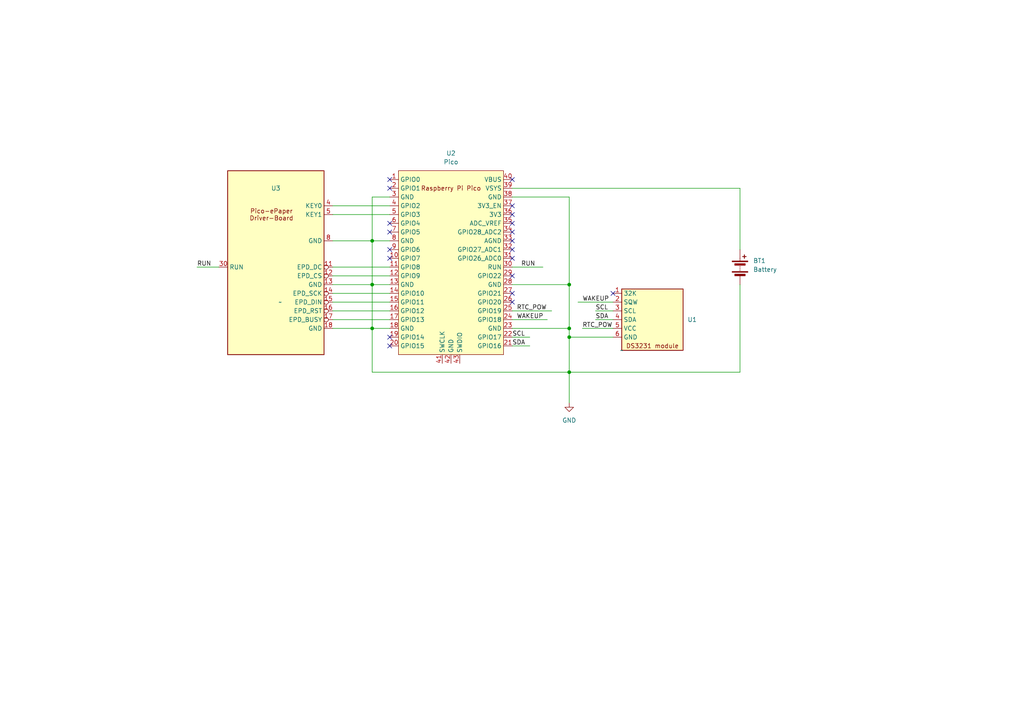
<source format=kicad_sch>
(kicad_sch (version 20230121) (generator eeschema)
  (paper "A4")
  (title_block (title "Electricity price display") (date "2025-07-31") (rev "1"))
  (lib_symbols
    (symbol "components:Battery" (pin_numbers hide) (pin_names (offset 0) hide)
      (property "Reference" "BT" (at 2.54 2.54 0))
      (property "Value" "Battery" (at 2.54 0 0))
      (symbol "Battery_0_1"
        (rectangle (start -2.286 -1.27) (end 2.286 -1.524) (fill (type outline)))
        (rectangle (start -2.286 1.778) (end 2.286 1.524) (fill (type outline)))
        (rectangle (start -1.524 -2.032) (end 1.524 -2.54) (fill (type outline)))
        (rectangle (start -1.524 1.016) (end 1.524 0.508) (fill (type outline)))
        (polyline (pts (xy 0 -1.016) (xy 0 -0.762)))
        (polyline (pts (xy 0 -0.508) (xy 0 -0.254)))
        (polyline (pts (xy 0 0) (xy 0 0.254)))
        (polyline (pts (xy 0 1.778) (xy 0 2.54)))
        (polyline (pts (xy 0.762 3.048) (xy 1.778 3.048)) (stroke (width 0.254)))
        (polyline (pts (xy 1.27 3.556) (xy 1.27 2.54)) (stroke (width 0.254)))
      )
      (symbol "Battery_1_1"
        (pin passive line (at 0 5.08 270) (length 2.54) (name "+") (number "1"))
        (pin passive line (at 0 -5.08 90) (length 2.54) (name "-") (number "2"))
      )
    )
    (symbol "components:Pico"
      (property "Reference" "U" (at -13.97 27.94 0))
      (property "Value" "Pico" (at 0 19.05 0))
      (symbol "Pico_0_0"
        (text "Raspberry Pi Pico" (at 0 21.59 0) (effects (font (size 1.27 1.27))))
      )
      (symbol "Pico_0_1"
        (rectangle (start -15.24 26.67) (end 15.24 -26.67) (fill (type background)))
      )
      (symbol "Pico_1_1"
        (pin bidirectional line (at -17.78 24.13 0) (length 2.54) (name "GPIO0") (number "1"))
        (pin bidirectional line (at -17.78 1.27 0) (length 2.54) (name "GPIO7") (number "10"))
        (pin bidirectional line (at -17.78 -1.27 0) (length 2.54) (name "GPIO8") (number "11"))
        (pin bidirectional line (at -17.78 -3.81 0) (length 2.54) (name "GPIO9") (number "12"))
        (pin power_in line (at -17.78 -6.35 0) (length 2.54) (name "GND") (number "13"))
        (pin bidirectional line (at -17.78 -8.89 0) (length 2.54) (name "GPIO10") (number "14"))
        (pin bidirectional line (at -17.78 -11.43 0) (length 2.54) (name "GPIO11") (number "15"))
        (pin bidirectional line (at -17.78 -13.97 0) (length 2.54) (name "GPIO12") (number "16"))
        (pin bidirectional line (at -17.78 -16.51 0) (length 2.54) (name "GPIO13") (number "17"))
        (pin power_in line (at -17.78 -19.05 0) (length 2.54) (name "GND") (number "18"))
        (pin bidirectional line (at -17.78 -21.59 0) (length 2.54) (name "GPIO14") (number "19"))
        (pin bidirectional line (at -17.78 21.59 0) (length 2.54) (name "GPIO1") (number "2"))
        (pin bidirectional line (at -17.78 -24.13 0) (length 2.54) (name "GPIO15") (number "20"))
        (pin bidirectional line (at 17.78 -24.13 180) (length 2.54) (name "GPIO16") (number "21"))
        (pin bidirectional line (at 17.78 -21.59 180) (length 2.54) (name "GPIO17") (number "22"))
        (pin power_in line (at 17.78 -19.05 180) (length 2.54) (name "GND") (number "23"))
        (pin bidirectional line (at 17.78 -16.51 180) (length 2.54) (name "GPIO18") (number "24"))
        (pin bidirectional line (at 17.78 -13.97 180) (length 2.54) (name "GPIO19") (number "25"))
        (pin bidirectional line (at 17.78 -11.43 180) (length 2.54) (name "GPIO20") (number "26"))
        (pin bidirectional line (at 17.78 -8.89 180) (length 2.54) (name "GPIO21") (number "27"))
        (pin power_in line (at 17.78 -6.35 180) (length 2.54) (name "GND") (number "28"))
        (pin bidirectional line (at 17.78 -3.81 180) (length 2.54) (name "GPIO22") (number "29"))
        (pin power_in line (at -17.78 19.05 0) (length 2.54) (name "GND") (number "3"))
        (pin input line (at 17.78 -1.27 180) (length 2.54) (name "RUN") (number "30"))
        (pin bidirectional line (at 17.78 1.27 180) (length 2.54) (name "GPIO26_ADC0") (number "31"))
        (pin bidirectional line (at 17.78 3.81 180) (length 2.54) (name "GPIO27_ADC1") (number "32"))
        (pin power_in line (at 17.78 6.35 180) (length 2.54) (name "AGND") (number "33"))
        (pin bidirectional line (at 17.78 8.89 180) (length 2.54) (name "GPIO28_ADC2") (number "34"))
        (pin power_in line (at 17.78 11.43 180) (length 2.54) (name "ADC_VREF") (number "35"))
        (pin power_in line (at 17.78 13.97 180) (length 2.54) (name "3V3") (number "36"))
        (pin input line (at 17.78 16.51 180) (length 2.54) (name "3V3_EN") (number "37"))
        (pin bidirectional line (at 17.78 19.05 180) (length 2.54) (name "GND") (number "38"))
        (pin power_in line (at 17.78 21.59 180) (length 2.54) (name "VSYS") (number "39"))
        (pin bidirectional line (at -17.78 16.51 0) (length 2.54) (name "GPIO2") (number "4"))
        (pin power_in line (at 17.78 24.13 180) (length 2.54) (name "VBUS") (number "40"))
        (pin input line (at -2.54 -29.21 90) (length 2.54) (name "SWCLK") (number "41"))
        (pin power_in line (at 0 -29.21 90) (length 2.54) (name "GND") (number "42"))
        (pin bidirectional line (at 2.54 -29.21 90) (length 2.54) (name "SWDIO") (number "43"))
        (pin bidirectional line (at -17.78 13.97 0) (length 2.54) (name "GPIO3") (number "5"))
        (pin bidirectional line (at -17.78 11.43 0) (length 2.54) (name "GPIO4") (number "6"))
        (pin bidirectional line (at -17.78 8.89 0) (length 2.54) (name "GPIO5") (number "7"))
        (pin power_in line (at -17.78 6.35 0) (length 2.54) (name "GND") (number "8"))
        (pin bidirectional line (at -17.78 3.81 0) (length 2.54) (name "GPIO6") (number "9"))
      )
    )
    (symbol "components:ds3231_module"
      (property "Reference" "U" (at -1.27 0 0))
      (symbol "ds3231_module_1_1"
        (rectangle (start 0 17.78) (end 17.78 0) (stroke (width 0.254)) (fill (type background)))
        (text_box "DS3231 module" (at 0 2.54 0) (size 17.78 -2.54) (stroke (width -0.0001)) (effects (font (size 1.27 1.27))))
        (pin output line (at -2.54 16.51 0) (length 2.54) (name "32K") (number "1"))
        (pin output line (at -2.54 13.97 0) (length 2.54) (name "SQW") (number "2"))
        (pin input line (at -2.54 11.43 0) (length 2.54) (name "SCL") (number "3"))
        (pin bidirectional line (at -2.54 8.89 0) (length 2.54) (name "SDA") (number "4"))
        (pin power_in line (at -2.54 6.35 0) (length 2.54) (name "VCC") (number "5"))
        (pin power_in line (at -2.54 3.81 0) (length 2.54) (name "GND") (number "6"))
      )
    )
    (symbol "components:epaper_module"
      (property "Reference" "U3" (at 0 15.24 0))
      (property "Value" "~" (at -1.27 -17.78 0))
      (symbol "epaper_module_1_1"
        (rectangle (start -13.97 20.32) (end 13.97 -33.02) (stroke (width 0.254)) (fill (type background)))
        (text "Pico-ePaper\nDriver-Board" (at 1.27 7.62 0) (effects (font (size 1.27 1.27))))
        (pin bidirectional inverted (at -16.51 -7.62 0) (length 2.54) (name "EPD_DC") (number "11"))
        (pin bidirectional inverted (at -16.51 -10.16 0) (length 2.54) (name "EPD_CS") (number "12"))
        (pin power_in line (at -16.51 -12.7 0) (length 2.54) (name "GND") (number "13"))
        (pin bidirectional inverted (at -16.51 -15.24 0) (length 2.54) (name "EPD_SCK") (number "14"))
        (pin bidirectional inverted (at -16.51 -17.78 0) (length 2.54) (name "EPD_DIN") (number "15"))
        (pin bidirectional inverted (at -16.51 -20.32 0) (length 2.54) (name "EPD_RST") (number "16"))
        (pin bidirectional inverted (at -16.51 -22.86 0) (length 2.54) (name "EPD_BUSY") (number "17"))
        (pin power_in line (at -16.51 -25.4 0) (length 2.54) (name "GND") (number "18"))
        (pin bidirectional line (at 16.51 -7.62 180) (length 2.54) (name "RUN") (number "30"))
        (pin bidirectional line (at -16.51 10.16 0) (length 2.54) (name "KEY0") (number "4"))
        (pin bidirectional line (at -16.51 7.62 0) (length 2.54) (name "KEY1") (number "5"))
        (pin power_in line (at -16.51 0 0) (length 2.54) (name "GND") (number "8"))
      )
    )
    (symbol "power:GND" (power) (pin_names (offset 0))
      (property "Value" "GND" (at 0 -3.81 0))
      (symbol "GND_0_1"
        (polyline (pts (xy 0 0) (xy 0 -1.27) (xy 1.27 -1.27) (xy 0 -2.54) (xy -1.27 -1.27) (xy 0 -1.27)))
      )
      (symbol "GND_1_1"
        (pin power_in line (at 0 0 270) (length 0) hide (name "GND") (number "1"))
      )
    )
  )
  (junction (at 165.1 97.79))
  (junction (at 107.95 95.25))
  (junction (at 165.1 95.25))
  (junction (at 107.95 82.55))
  (junction (at 107.95 69.85))
  (junction (at 165.1 107.95))
  (junction (at 165.1 82.55))
  (no_connect (at 148.59 52.07))
  (no_connect (at 113.03 67.31))
  (no_connect (at 113.03 100.33))
  (no_connect (at 113.03 72.39))
  (no_connect (at 113.03 64.77))
  (no_connect (at 148.59 80.01))
  (no_connect (at 113.03 52.07))
  (no_connect (at 113.03 54.61))
  (no_connect (at 148.59 74.93))
  (no_connect (at 148.59 62.23))
  (no_connect (at 148.59 87.63))
  (no_connect (at 113.03 97.79))
  (no_connect (at 148.59 85.09))
  (no_connect (at 148.59 64.77))
  (no_connect (at 177.8 85.09))
  (no_connect (at 113.03 74.93))
  (no_connect (at 148.59 59.69))
  (no_connect (at 148.59 72.39))
  (no_connect (at 148.59 67.31))
  (no_connect (at 148.59 69.85))
  (wire (pts (xy 107.95 69.85) (xy 113.03 69.85)))
  (wire (pts (xy 148.59 90.17) (xy 160.02 90.17)))
  (wire (pts (xy 214.63 54.61) (xy 214.63 72.39)))
  (wire (pts (xy 96.52 87.63) (xy 113.03 87.63)))
  (wire (pts (xy 165.1 97.79) (xy 165.1 107.95)))
  (wire (pts (xy 148.59 54.61) (xy 214.63 54.61)))
  (wire (pts (xy 96.52 82.55) (xy 107.95 82.55)))
  (wire (pts (xy 107.95 69.85) (xy 107.95 82.55)))
  (wire (pts (xy 148.59 77.47) (xy 157.48 77.47)))
  (wire (pts (xy 165.1 95.25) (xy 165.1 97.79)))
  (wire (pts (xy 165.1 57.15) (xy 165.1 82.55)))
  (wire (pts (xy 96.52 92.71) (xy 113.03 92.71)))
  (wire (pts (xy 96.52 62.23) (xy 113.03 62.23)))
  (wire (pts (xy 165.1 82.55) (xy 165.1 95.25)))
  (wire (pts (xy 148.59 82.55) (xy 165.1 82.55)))
  (wire (pts (xy 148.59 95.25) (xy 165.1 95.25)))
  (wire (pts (xy 214.63 82.55) (xy 214.63 107.95)))
  (wire (pts (xy 107.95 95.25) (xy 107.95 107.95)))
  (wire (pts (xy 165.1 107.95) (xy 214.63 107.95)))
  (wire (pts (xy 148.59 97.79) (xy 153.67 97.79)))
  (wire (pts (xy 107.95 95.25) (xy 113.03 95.25)))
  (wire (pts (xy 96.52 59.69) (xy 113.03 59.69)))
  (wire (pts (xy 107.95 82.55) (xy 113.03 82.55)))
  (wire (pts (xy 96.52 77.47) (xy 113.03 77.47)))
  (wire (pts (xy 96.52 90.17) (xy 113.03 90.17)))
  (wire (pts (xy 148.59 92.71) (xy 158.75 92.71)))
  (wire (pts (xy 107.95 82.55) (xy 107.95 95.25)))
  (wire (pts (xy 165.1 97.79) (xy 177.8 97.79)))
  (wire (pts (xy 172.72 92.71) (xy 177.8 92.71)))
  (wire (pts (xy 96.52 69.85) (xy 107.95 69.85)))
  (wire (pts (xy 96.52 80.01) (xy 113.03 80.01)))
  (wire (pts (xy 167.64 87.63) (xy 177.8 87.63)))
  (wire (pts (xy 107.95 57.15) (xy 107.95 69.85)))
  (wire (pts (xy 165.1 107.95) (xy 165.1 116.84)))
  (wire (pts (xy 148.59 100.33) (xy 153.67 100.33)))
  (wire (pts (xy 96.52 95.25) (xy 107.95 95.25)))
  (wire (pts (xy 96.52 85.09) (xy 113.03 85.09)))
  (wire (pts (xy 172.72 90.17) (xy 177.8 90.17)))
  (wire (pts (xy 168.91 95.25) (xy 177.8 95.25)))
  (wire (pts (xy 57.15 77.47) (xy 63.5 77.47)))
  (wire (pts (xy 148.59 57.15) (xy 165.1 57.15)))
  (wire (pts (xy 107.95 107.95) (xy 165.1 107.95)))
  (wire (pts (xy 113.03 57.15) (xy 107.95 57.15)))
  (label "RTC_POW" (at 149.86 90.17 0))
  (label "SCL" (at 172.72 90.17 0))
  (label "RTC_POW" (at 168.91 95.25 0))
  (label "SDA" (at 172.72 92.71 0))
  (label "WAKEUP" (at 168.91 87.63 0))
  (label "WAKEUP" (at 149.86 92.71 0))
  (label "SDA" (at 148.59 100.33 0))
  (label "SCL" (at 148.59 97.79 0))
  (label "RUN" (at 57.15 77.47 0))
  (label "RUN" (at 151.13 77.47 0))
  (symbol (lib_id "power:GND") (at 165.1 116.84 0) (unit 1)
    (property "Reference" "#PWR01" (effects hide))
    (property "Value" "GND" (at 165.1 121.92 0))
  )
  (symbol (lib_id "components:epaper_module") (at 80.01 69.85 0) (mirror y) (unit 1)
    (property "Reference" "U3" (at 80.01 54.61 0))
    (property "Value" "~" (at 81.28 87.63 0))
  )
  (symbol (lib_id "components:Pico") (at 130.81 76.2 0) (unit 1)
    (property "Reference" "U2" (at 130.81 44.45 0))
    (property "Value" "Pico" (at 130.81 46.99 0))
    (property "Footprint" "RPi_Pico:RPi_Pico_SMD_TH" (effects hide))
  )
  (symbol (lib_id "components:ds3231_module") (at 180.34 101.6 0) (unit 1)
    (property "Reference" "U1" (at 199.39 92.71 0) (effects (justify left)))
    (property "Value" "~" (at 180.34 101.6 0))
  )
  (symbol (lib_id "components:Battery") (at 214.63 77.47 0) (unit 1)
    (property "Reference" "BT1" (at 218.44 75.6285 0) (effects (justify left)))
    (property "Value" "Battery" (at 218.44 78.1685 0) (effects (justify left)))
  )
)
</source>
